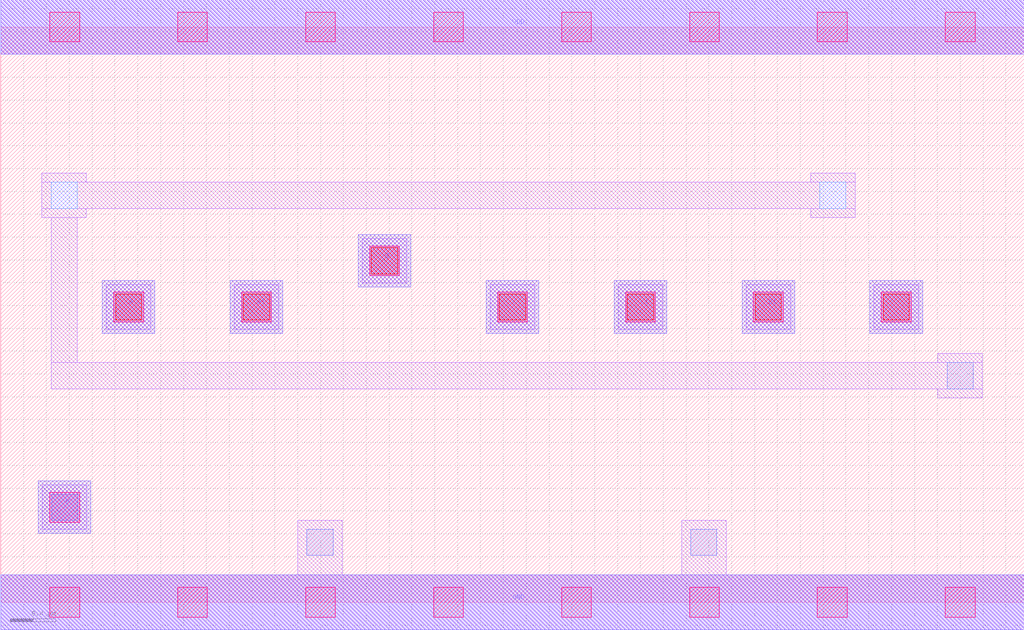
<source format=lef>
MACRO AAAOI222
 CLASS CORE ;
 FOREIGN AAAOI222 0 0 ;
 SIZE 8.96 BY 5.04 ;
 ORIGIN 0 0 ;
 SYMMETRY X Y R90 ;
 SITE unit ;
  PIN VDD
   DIRECTION INOUT ;
   USE POWER ;
   SHAPE ABUTMENT ;
    PORT
     CLASS CORE ;
       LAYER met1 ;
        RECT 0.00000000 4.80000000 8.96000000 5.28000000 ;
       LAYER met2 ;
        RECT 0.00000000 4.80000000 8.96000000 5.28000000 ;
    END
  END VDD

  PIN GND
   DIRECTION INOUT ;
   USE POWER ;
   SHAPE ABUTMENT ;
    PORT
     CLASS CORE ;
       LAYER met1 ;
        RECT 0.00000000 -0.24000000 8.96000000 0.24000000 ;
       LAYER met2 ;
        RECT 0.00000000 -0.24000000 8.96000000 0.24000000 ;
    END
  END GND

  PIN Y
   DIRECTION INOUT ;
   USE SIGNAL ;
   SHAPE ABUTMENT ;
    PORT
     CLASS CORE ;
       LAYER met2 ;
        RECT 0.33000000 0.60200000 0.79000000 1.06200000 ;
    END
  END Y

  PIN C1
   DIRECTION INOUT ;
   USE SIGNAL ;
   SHAPE ABUTMENT ;
    PORT
     CLASS CORE ;
       LAYER met2 ;
        RECT 5.37000000 2.35700000 5.83000000 2.81700000 ;
    END
  END C1

  PIN B
   DIRECTION INOUT ;
   USE SIGNAL ;
   SHAPE ABUTMENT ;
    PORT
     CLASS CORE ;
       LAYER met2 ;
        RECT 7.61000000 2.35700000 8.07000000 2.81700000 ;
       LAYER met2 ;
        RECT 3.13000000 2.76200000 3.59000000 3.22200000 ;
    END
  END B

  PIN C
   DIRECTION INOUT ;
   USE SIGNAL ;
   SHAPE ABUTMENT ;
    PORT
     CLASS CORE ;
       LAYER met2 ;
        RECT 4.25000000 2.35700000 4.71000000 2.81700000 ;
    END
  END C

  PIN A
   DIRECTION INOUT ;
   USE SIGNAL ;
   SHAPE ABUTMENT ;
    PORT
     CLASS CORE ;
       LAYER met2 ;
        RECT 0.89000000 2.35700000 1.35000000 2.81700000 ;
    END
  END A

  PIN A1
   DIRECTION INOUT ;
   USE SIGNAL ;
   SHAPE ABUTMENT ;
    PORT
     CLASS CORE ;
       LAYER met2 ;
        RECT 2.01000000 2.35700000 2.47000000 2.81700000 ;
    END
  END A1

  PIN B1
   DIRECTION INOUT ;
   USE SIGNAL ;
   SHAPE ABUTMENT ;
    PORT
     CLASS CORE ;
       LAYER met2 ;
        RECT 6.49000000 2.35700000 6.95000000 2.81700000 ;
    END
  END B1

 OBS
    LAYER polycont ;
     RECT 1.00500000 2.47200000 1.23500000 2.70200000 ;
     RECT 2.12500000 2.47200000 2.35500000 2.70200000 ;
     RECT 4.36500000 2.47200000 4.59500000 2.70200000 ;
     RECT 5.48500000 2.47200000 5.71500000 2.70200000 ;
     RECT 6.60500000 2.47200000 6.83500000 2.70200000 ;
     RECT 7.72500000 2.47200000 7.95500000 2.70200000 ;
     RECT 3.24500000 2.87700000 3.47500000 3.10700000 ;

    LAYER pdiffc ;
     RECT 0.44000000 3.45000000 0.67000000 3.68000000 ;
     RECT 7.17000000 3.45000000 7.40000000 3.68000000 ;

    LAYER ndiffc ;
     RECT 2.68000000 0.41000000 2.91000000 0.64000000 ;
     RECT 6.04000000 0.41000000 6.27000000 0.64000000 ;
     RECT 0.44500000 0.71700000 0.67500000 0.94700000 ;
     RECT 8.28500000 1.87000000 8.51500000 2.10000000 ;

    LAYER met1 ;
     RECT 0.00000000 -0.24000000 8.96000000 0.24000000 ;
     RECT 2.60000000 0.24000000 2.99000000 0.72000000 ;
     RECT 5.96000000 0.24000000 6.35000000 0.72000000 ;
     RECT 0.36500000 0.63700000 0.75500000 1.02700000 ;
     RECT 0.92500000 2.39200000 1.31500000 2.78200000 ;
     RECT 2.04500000 2.39200000 2.43500000 2.78200000 ;
     RECT 4.28500000 2.39200000 4.67500000 2.78200000 ;
     RECT 5.40500000 2.39200000 5.79500000 2.78200000 ;
     RECT 6.52500000 2.39200000 6.91500000 2.78200000 ;
     RECT 7.64500000 2.39200000 8.03500000 2.78200000 ;
     RECT 3.16500000 2.79700000 3.55500000 3.18700000 ;
     RECT 8.20500000 1.79000000 8.59500000 1.87000000 ;
     RECT 0.44000000 1.87000000 8.59500000 2.10000000 ;
     RECT 8.20500000 2.10000000 8.59500000 2.18000000 ;
     RECT 0.44000000 2.10000000 0.67000000 3.37000000 ;
     RECT 0.36000000 3.37000000 0.75000000 3.45000000 ;
     RECT 7.09000000 3.37000000 7.48000000 3.45000000 ;
     RECT 0.36000000 3.45000000 7.48000000 3.68000000 ;
     RECT 0.36000000 3.68000000 0.75000000 3.76000000 ;
     RECT 7.09000000 3.68000000 7.48000000 3.76000000 ;
     RECT 0.00000000 4.80000000 8.96000000 5.28000000 ;

    LAYER via1 ;
     RECT 0.43000000 -0.13000000 0.69000000 0.13000000 ;
     RECT 1.55000000 -0.13000000 1.81000000 0.13000000 ;
     RECT 2.67000000 -0.13000000 2.93000000 0.13000000 ;
     RECT 3.79000000 -0.13000000 4.05000000 0.13000000 ;
     RECT 4.91000000 -0.13000000 5.17000000 0.13000000 ;
     RECT 6.03000000 -0.13000000 6.29000000 0.13000000 ;
     RECT 7.15000000 -0.13000000 7.41000000 0.13000000 ;
     RECT 8.27000000 -0.13000000 8.53000000 0.13000000 ;
     RECT 0.43000000 0.70200000 0.69000000 0.96200000 ;
     RECT 0.99000000 2.45700000 1.25000000 2.71700000 ;
     RECT 2.11000000 2.45700000 2.37000000 2.71700000 ;
     RECT 4.35000000 2.45700000 4.61000000 2.71700000 ;
     RECT 5.47000000 2.45700000 5.73000000 2.71700000 ;
     RECT 6.59000000 2.45700000 6.85000000 2.71700000 ;
     RECT 7.71000000 2.45700000 7.97000000 2.71700000 ;
     RECT 3.23000000 2.86200000 3.49000000 3.12200000 ;
     RECT 0.43000000 4.91000000 0.69000000 5.17000000 ;
     RECT 1.55000000 4.91000000 1.81000000 5.17000000 ;
     RECT 2.67000000 4.91000000 2.93000000 5.17000000 ;
     RECT 3.79000000 4.91000000 4.05000000 5.17000000 ;
     RECT 4.91000000 4.91000000 5.17000000 5.17000000 ;
     RECT 6.03000000 4.91000000 6.29000000 5.17000000 ;
     RECT 7.15000000 4.91000000 7.41000000 5.17000000 ;
     RECT 8.27000000 4.91000000 8.53000000 5.17000000 ;

    LAYER met2 ;
     RECT 0.00000000 -0.24000000 8.96000000 0.24000000 ;
     RECT 0.33000000 0.60200000 0.79000000 1.06200000 ;
     RECT 0.89000000 2.35700000 1.35000000 2.81700000 ;
     RECT 2.01000000 2.35700000 2.47000000 2.81700000 ;
     RECT 4.25000000 2.35700000 4.71000000 2.81700000 ;
     RECT 5.37000000 2.35700000 5.83000000 2.81700000 ;
     RECT 6.49000000 2.35700000 6.95000000 2.81700000 ;
     RECT 7.61000000 2.35700000 8.07000000 2.81700000 ;
     RECT 3.13000000 2.76200000 3.59000000 3.22200000 ;
     RECT 0.00000000 4.80000000 8.96000000 5.28000000 ;

 END
END AAAOI222

</source>
